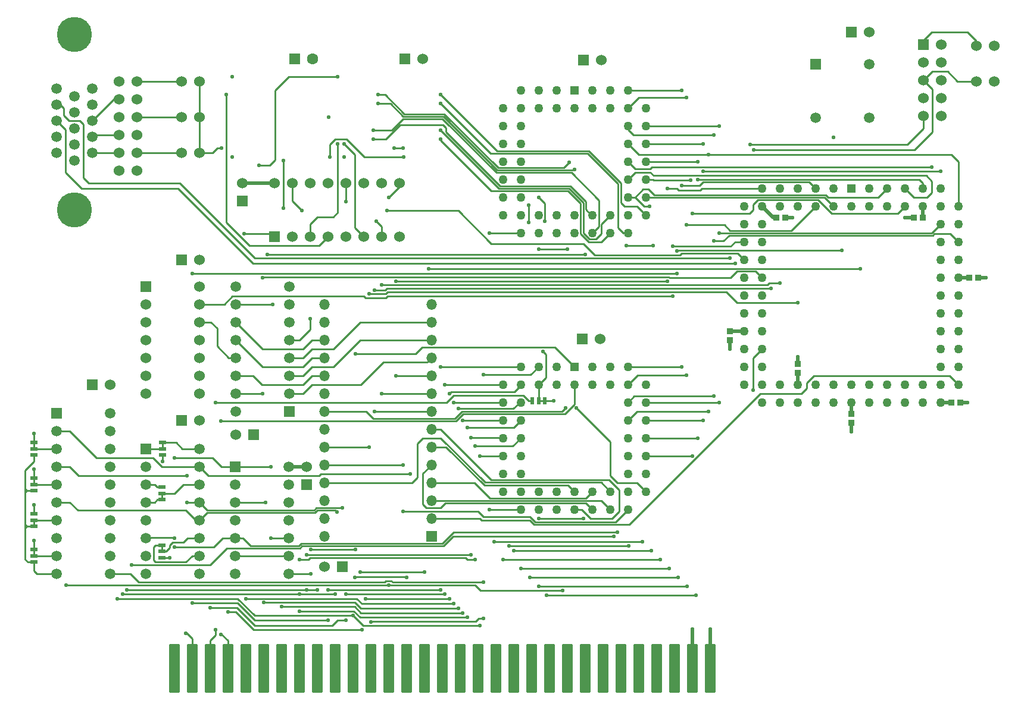
<source format=gbl>
G04 Layer_Physical_Order=4*
G04 Layer_Color=11436288*
%FSAX24Y24*%
%MOIN*%
G70*
G01*
G75*
%ADD10R,0.0380X0.0335*%
G04:AMPARAMS|DCode=12|XSize=60mil|YSize=275mil|CornerRadius=6mil|HoleSize=0mil|Usage=FLASHONLY|Rotation=0.000|XOffset=0mil|YOffset=0mil|HoleType=Round|Shape=RoundedRectangle|*
%AMROUNDEDRECTD12*
21,1,0.0600,0.2630,0,0,0.0*
21,1,0.0480,0.2750,0,0,0.0*
1,1,0.0120,0.0240,-0.1315*
1,1,0.0120,-0.0240,-0.1315*
1,1,0.0120,-0.0240,0.1315*
1,1,0.0120,0.0240,0.1315*
%
%ADD12ROUNDEDRECTD12*%
%ADD13C,0.0100*%
%ADD14C,0.0200*%
%ADD15C,0.0600*%
%ADD16R,0.0600X0.0600*%
%ADD17R,0.0600X0.0600*%
%ADD18C,0.0500*%
%ADD19R,0.0500X0.0500*%
%ADD20O,0.0591X0.0591*%
%ADD21R,0.0591X0.0591*%
%ADD22R,0.0591X0.0591*%
%ADD23C,0.0591*%
%ADD24C,0.0630*%
%ADD25C,0.1969*%
%ADD26C,0.0220*%
%ADD27R,0.0200X0.0400*%
%ADD28R,0.0400X0.0200*%
%ADD29R,0.0335X0.0380*%
D10*
X053000Y025356D02*
D03*
Y024844D02*
D03*
X046200Y030006D02*
D03*
Y029494D02*
D03*
X050000Y027644D02*
D03*
Y028156D02*
D03*
D12*
X042100Y011100D02*
D03*
X041100D02*
D03*
X035100D02*
D03*
X015100D02*
D03*
X016100D02*
D03*
X017100D02*
D03*
X018100D02*
D03*
X019100D02*
D03*
X020100D02*
D03*
X021100D02*
D03*
X022100D02*
D03*
X023100D02*
D03*
X024100D02*
D03*
X025100D02*
D03*
X026100D02*
D03*
X027100D02*
D03*
X028100D02*
D03*
X029100D02*
D03*
X030100D02*
D03*
X031100D02*
D03*
X032100D02*
D03*
X033100D02*
D03*
X034100D02*
D03*
X036100D02*
D03*
X037100D02*
D03*
X038100D02*
D03*
X039100D02*
D03*
X040100D02*
D03*
X043100D02*
D03*
X044100D02*
D03*
X045100D02*
D03*
D13*
X013110Y015930D02*
X026880D01*
X012640Y016400D02*
X013110Y015930D01*
X011500Y016400D02*
X012640D01*
X026880Y015930D02*
X026950Y016000D01*
X027250D01*
X027320Y015930D02*
X032400D01*
X027250Y016000D02*
X027320Y015930D01*
X025790Y014990D02*
X030490D01*
X030500Y015000D01*
X025300D02*
X025590Y014710D01*
X030750D01*
X023950Y013500D02*
X024250Y013800D01*
X019600Y013500D02*
X023950D01*
X018600Y014500D02*
X019600Y013500D01*
X019550Y013250D02*
X025600D01*
X018550Y014250D02*
X019550Y013250D01*
X017100Y016900D02*
X018035Y017835D01*
X022126D02*
X022251Y017960D01*
X018035Y017835D02*
X022126D01*
X022070Y017970D02*
X022200Y018100D01*
X019365Y017970D02*
X022070D01*
X018935Y018400D02*
X019365Y017970D01*
X016930Y019970D02*
X022920D01*
X016500Y020400D02*
X016930Y019970D01*
X022920D02*
X023035Y020085D01*
X022971Y019830D02*
X023091Y019950D01*
X016930Y019830D02*
X022971D01*
X016500Y019400D02*
X016930Y019830D01*
X018500Y022400D02*
X020500D01*
Y018400D02*
X021500D01*
X035500Y026100D02*
X035850D01*
X036350D01*
X035500Y037500D02*
X035850Y037150D01*
Y036150D02*
Y037150D01*
X033165Y040085D02*
X038306D01*
X032800Y039950D02*
X038250D01*
X030000Y043250D02*
X033165Y040085D01*
X030000Y042750D02*
X032800Y039950D01*
X035750Y028850D02*
X035900Y028700D01*
Y027400D02*
Y028700D01*
X035500Y027000D02*
X035900Y027400D01*
X035500Y026100D02*
Y027000D01*
X029673Y029100D02*
X036400D01*
X032300Y019400D02*
X035000D01*
X032300D02*
X032450D01*
X032200Y019500D02*
X032300Y019400D01*
X029500Y019500D02*
X032200D01*
X034950Y036100D02*
Y037050D01*
X027750Y041550D02*
X030130D01*
X026950Y040750D02*
X027750Y041550D01*
X030130D02*
X030300Y041380D01*
X027980Y042170D02*
X030212D01*
X026900Y043250D02*
X027980Y042170D01*
X026500Y043250D02*
X026900D01*
X014400Y017650D02*
Y018000D01*
X011900Y015000D02*
X018650D01*
X019600Y014050D01*
X007250Y016550D02*
X007400Y016400D01*
X007250Y016550D02*
Y017050D01*
X007400Y016400D02*
X008500D01*
X007250Y019050D02*
Y019400D01*
X006900Y017050D02*
X007250D01*
X006750Y017200D02*
Y018950D01*
Y017200D02*
X006900Y017050D01*
X006750Y017200D02*
Y017250D01*
Y019150D02*
Y020950D01*
Y018950D02*
Y019050D01*
Y018950D02*
X006850Y019050D01*
X007250D01*
X006750D02*
X006850D01*
X006750D02*
Y019150D01*
X006850Y019050D01*
X006750Y020950D02*
Y021050D01*
Y021150D02*
Y022200D01*
Y020950D02*
X006850Y021050D01*
X007250D01*
X006750D02*
X006850D01*
X006750D02*
Y021150D01*
X006850Y021050D01*
X006750Y022200D02*
X007250Y022700D01*
Y023050D01*
X014050Y017050D02*
X015750D01*
X013950Y017150D02*
X014050Y017050D01*
X013950Y017150D02*
Y017900D01*
X014050Y018000D02*
X014400D01*
X013950Y017900D02*
X014050Y018000D01*
X015750Y017050D02*
X016100Y017400D01*
X016500D01*
X014400Y020550D02*
Y020900D01*
X014450Y023400D02*
Y023750D01*
X014400Y017300D02*
X014850D01*
X014450Y022700D02*
Y023050D01*
X015550Y023400D02*
X016500D01*
X015200Y023750D02*
X015550Y023400D01*
X014450Y023750D02*
X015200D01*
X014150Y020550D02*
X014400D01*
X014000Y020400D02*
X014150Y020550D01*
X013500Y020400D02*
X014000D01*
X013500Y021400D02*
X014000D01*
X014150Y021250D01*
X014400D01*
X013500Y023400D02*
X014450D01*
X015600Y021400D02*
X016500D01*
X015100Y020900D02*
X015600Y021400D01*
X014400Y020900D02*
X015100D01*
X015600Y018150D02*
X015850Y018400D01*
X015000Y018150D02*
X015600D01*
X014850Y018000D02*
X015000Y018150D01*
X014850Y017850D02*
Y018000D01*
X015850Y018400D02*
X016500D01*
X014650Y017650D02*
X014850Y017850D01*
X014350Y017650D02*
X014650D01*
X013510Y018410D02*
X015090D01*
X015100Y018400D01*
X013500D02*
X013510Y018410D01*
X017750Y022400D02*
X018500D01*
X017250Y022900D02*
X017750Y022400D01*
X015100Y022900D02*
X017250D01*
X017800Y018400D02*
X018500D01*
X017300Y017900D02*
X017800Y018400D01*
X015100Y017900D02*
X017300D01*
X058600Y039900D02*
X059000Y039500D01*
X045000Y039900D02*
X058600D01*
X043350Y037900D02*
X044550D01*
X043250Y038000D02*
X043350Y037900D01*
X042700Y038000D02*
X043250D01*
X044650D02*
X048000D01*
X044550Y037900D02*
X044650Y038000D01*
X017150Y030500D02*
X017500Y030150D01*
Y029150D02*
Y030150D01*
Y029150D02*
X018150Y028500D01*
X017900Y031500D02*
X018350Y031950D01*
X025700D01*
X025800Y031850D01*
X026950D01*
X027050Y031950D01*
X043000D01*
X027050Y032200D02*
X046000D01*
X026940Y032090D02*
X027050Y032200D01*
X046000D02*
X046600Y031600D01*
X026010Y032090D02*
X026940D01*
X026000Y032100D02*
X026010Y032090D01*
X023500Y023500D02*
X026000D01*
X026700Y032590D02*
X048290D01*
X027000Y032400D02*
X048500D01*
X026300Y032300D02*
X026900D01*
X027000Y032400D01*
X027100Y015750D02*
X031950D01*
X009050D02*
X027100D01*
X032250Y015450D02*
X036850D01*
X031950Y015750D02*
X032250Y015450D01*
X035500Y015700D02*
X043800D01*
X017400Y012950D02*
Y013250D01*
X017100Y012650D02*
X017400Y012950D01*
X015750Y019950D02*
X016300Y019400D01*
X009700Y019950D02*
X015750D01*
X009250Y020400D02*
X009700Y019950D01*
X023300Y022000D02*
X028300D01*
X023200Y021900D02*
X023300Y022000D01*
X017000Y021900D02*
X023200D01*
X017700Y013000D02*
X017750D01*
X018100Y012650D01*
X017100Y014500D02*
X018600D01*
X018650Y014750D02*
X019600Y013800D01*
X016100Y014750D02*
X018650D01*
X019600Y013800D02*
X023700D01*
X018650Y014750D02*
X019600Y013800D01*
X016100Y014750D02*
X018650D01*
X019600Y013800D02*
X023700D01*
X019600Y014050D02*
X025100D01*
X025660Y013490D02*
X026000D01*
X024485Y020085D02*
X024500Y020100D01*
X023035Y020085D02*
X024485D01*
X024100Y019950D02*
X024193Y019857D01*
X023091Y019950D02*
X024100D01*
X015775Y013075D02*
X016100Y012750D01*
X015775Y013075D02*
X015975Y012875D01*
X015750Y013050D02*
X015775Y013075D01*
X016100Y011100D02*
Y012750D01*
X017100Y011100D02*
Y012650D01*
X018100Y011100D02*
Y012650D01*
Y014250D02*
X018550D01*
X024250Y013800D02*
X024700D01*
X025660Y013490D02*
X032190D01*
X025100Y014050D02*
X025660Y013490D01*
X025500Y013950D02*
X031490D01*
X022100Y014300D02*
X025150D01*
X025500Y013950D01*
X025850D01*
X025550Y014200D02*
X031250D01*
X021100Y014550D02*
X025200D01*
X025550Y014200D01*
X020100Y014790D02*
X025210D01*
X025550Y014450D01*
Y014200D02*
X025850D01*
X025550Y014450D02*
X031000D01*
X019100Y015000D02*
X025300D01*
X022100Y015250D02*
X024100D01*
X012200D02*
X022100D01*
X022500Y015500D02*
X023100D01*
X012450D02*
X022500D01*
X008500Y020400D02*
X009250D01*
X009750Y021900D02*
X015800D01*
X009250Y022400D02*
X009750Y021900D01*
X008500Y022400D02*
X009250D01*
X010750Y022900D02*
X013900D01*
X009250Y024400D02*
X010750Y022900D01*
X008500Y024400D02*
X009250D01*
X012700Y016900D02*
X017100D01*
X018500Y020400D02*
X020200D01*
X027915Y042035D02*
X030156D01*
X027200Y042750D02*
X027915Y042035D01*
X026500Y042750D02*
X027200D01*
X027909Y041900D02*
X030100D01*
X027259Y041250D02*
X027909Y041900D01*
X026250Y041250D02*
X027259D01*
X026250Y040750D02*
X026950D01*
X030300Y041141D02*
Y041380D01*
Y041141D02*
X033321Y038120D01*
X030212Y042170D02*
X033232Y039150D01*
X030156Y042035D02*
X033176Y039015D01*
X030100Y041900D02*
X033120Y038880D01*
X057050Y041350D02*
Y042050D01*
X056150Y040450D02*
X057050Y041350D01*
X047335Y040450D02*
X056150D01*
X041950Y038450D02*
X044000D01*
X041900Y038500D02*
X041950Y038450D01*
X041500Y038500D02*
X041900D01*
X051556Y037635D02*
X051691Y037500D01*
X041955Y037635D02*
X051556D01*
X041640Y037950D02*
X041955Y037635D01*
X051500Y037500D02*
X052000Y037000D01*
X041500Y037500D02*
X051500D01*
X058550Y035450D02*
X059000Y035000D01*
X057641Y035450D02*
X058550D01*
X057556Y035365D02*
X057641Y035450D01*
X046165Y035365D02*
X057556D01*
X045850Y035050D02*
X046165Y035365D01*
X056800Y038500D02*
X057000Y038300D01*
X044400Y038500D02*
X056800D01*
X041940Y038710D02*
X057190D01*
X056000Y038000D02*
X056500Y037500D01*
X057250D01*
X057500Y037750D01*
Y038400D01*
X057190Y038710D02*
X057500Y038400D01*
X050635Y038365D02*
X051000Y038000D01*
X044715Y038365D02*
X050635D01*
X044500Y038150D02*
X044715Y038365D01*
X043500Y038150D02*
X044500D01*
X017500Y040250D02*
X017750D01*
X017250Y040000D02*
X017500Y040250D01*
X016500Y040000D02*
X017250D01*
X022710Y017300D02*
X031400D01*
X022610Y017200D02*
X022710Y017300D01*
X022100Y017200D02*
X022610D01*
X031500D02*
X031950D01*
X031400Y017300D02*
X031500Y017200D01*
X040400Y034800D02*
X041900D01*
X043270Y034520D02*
X052480D01*
X035500Y034600D02*
X037100D01*
X048290Y032590D02*
X048400Y032700D01*
X031000Y036750D02*
X032850Y034900D01*
X047635Y033365D02*
X048000Y033000D01*
X046615Y033365D02*
X047635D01*
X046250Y033000D02*
X046615Y033365D01*
X016100Y033220D02*
X043250D01*
X020060Y033010D02*
X042787D01*
X020050Y033000D02*
X020060Y033010D01*
X027500Y032800D02*
X042700D01*
X042797Y033000D02*
X046250D01*
X042787Y033010D02*
X042797Y033000D01*
X026250Y041250D02*
X026550D01*
X026500Y042750D02*
X026850D01*
X051135Y037365D02*
X051900Y036600D01*
X047765Y037365D02*
X051135D01*
X047500Y037100D02*
X047765Y037365D01*
X045885Y035950D02*
X046200Y035635D01*
X049635D02*
X051000Y037000D01*
X043780Y035950D02*
X045885D01*
X046200Y035635D02*
X049635D01*
X046600Y031600D02*
X050000D01*
X030309Y023500D02*
X032459Y021350D01*
X037150D01*
X037500Y021000D01*
X038985Y021515D02*
X039500Y021000D01*
X032485Y021515D02*
X038985D01*
X030000Y024000D02*
X032485Y021515D01*
X032850Y021650D02*
X039450D01*
X030000Y024500D02*
X032850Y021650D01*
X039450D02*
X040000Y021100D01*
X032765Y020635D02*
X038135D01*
X029500Y020500D02*
X039000D01*
X030265Y020365D02*
X038135D01*
X038500Y020000D01*
X030000Y020100D02*
X030265Y020365D01*
X032100Y019900D02*
X032397Y019603D01*
X026245Y025105D02*
X030814D01*
X031214Y025505D01*
X025850Y025500D02*
X026245Y025105D01*
X030870Y024970D02*
X031270Y025370D01*
X033321Y038120D02*
X037262D01*
X030000Y041250D02*
X033265Y037985D01*
X031490Y024600D02*
X034100D01*
X031950Y023550D02*
X034050D01*
X021200Y036900D02*
Y039550D01*
X021700Y037300D02*
Y038300D01*
X025200Y035800D02*
X025700Y035300D01*
X023800Y040450D02*
X024100Y040750D01*
X043000Y034750D02*
X046250D01*
X046500Y035000D01*
X047000D01*
X045300Y035050D02*
X045850D01*
X031214Y025505D02*
X036805D01*
X031270Y025370D02*
X036970D01*
X023500Y025500D02*
X025850D01*
X021700Y037300D02*
X022250Y036750D01*
X022700Y030100D02*
Y030700D01*
X029350Y033500D02*
X053500D01*
X019500Y033800D02*
X046500D01*
X015300Y038000D02*
X019500Y033800D01*
X045600Y035500D02*
X057500D01*
X058000Y036000D01*
X044100Y036600D02*
X047300D01*
X040500Y026000D02*
X040850Y026350D01*
X045300D01*
X041750Y038900D02*
X041940Y038710D01*
X040900Y039100D02*
X041750D01*
X041840Y039190D01*
X057490D01*
X047550Y040150D02*
X056550D01*
X057550Y041150D01*
X057050Y044050D02*
X057550Y043550D01*
Y041150D02*
Y043550D01*
X059000Y037000D02*
Y039500D01*
X040500Y027000D02*
X041020Y027520D01*
X043780D01*
X041100Y043100D02*
X043780D01*
X035950Y015200D02*
X044300D01*
X035000Y016200D02*
X043300D01*
X034500Y016700D02*
X042800D01*
X033500Y017200D02*
X042300D01*
X033850Y017950D02*
X040550D01*
X034100Y017700D02*
X041800D01*
X033000Y018200D02*
X041300D01*
X040800Y041000D02*
X045300D01*
X040500Y041300D02*
X040800Y041000D01*
X024700Y037250D02*
Y038300D01*
X009900Y038000D02*
X015300D01*
X010300Y038300D02*
X015400D01*
X031010Y025640D02*
X034060D01*
X034420Y026000D01*
X027500Y027500D02*
X029500D01*
X048400Y032700D02*
X049000D01*
X026700Y026500D02*
X029500D01*
X026300Y025500D02*
X029500D01*
X008500Y042700D02*
X008700D01*
X008900Y042500D01*
Y042100D02*
Y042500D01*
Y042100D02*
X009200Y041800D01*
X009800D01*
X010000Y041600D01*
Y038600D02*
Y041600D01*
Y038600D02*
X010300Y038300D01*
X009000Y038900D02*
Y041300D01*
Y038900D02*
X009900Y038000D01*
X008500Y041800D02*
X009000Y041300D01*
X057050Y044050D02*
X057550Y044550D01*
X058400D01*
X058950Y044000D01*
X060000D01*
Y046000D02*
Y046250D01*
X059500Y046750D02*
X060000Y046250D01*
X057500Y046750D02*
X059500D01*
X057050Y046300D02*
X057500Y046750D01*
X057050Y046050D02*
Y046300D01*
X029668Y029095D02*
X029673Y029100D01*
X029332Y029095D02*
X029668D01*
X029327Y029100D02*
X029332Y029095D01*
X028977Y029100D02*
X029327D01*
X028587Y028710D02*
X028977Y029100D01*
X036400D02*
X037500Y028000D01*
X021500Y016400D02*
X022750D01*
X023700Y015500D02*
X030000D01*
X025208Y016208D02*
X028092D01*
X028100Y016200D01*
X025200D02*
X025208Y016208D01*
X043250Y034500D02*
X043270Y034520D01*
X032410Y027550D02*
X035050D01*
X035500Y028000D01*
X032200Y023000D02*
X033500D01*
X014400Y022400D02*
X016500D01*
X013900Y022900D02*
X014400Y022400D01*
X015800Y020400D02*
X016500D01*
X018500Y017400D02*
X021500D01*
X016500Y022400D02*
X017000Y021900D01*
X055600Y036600D02*
X056000Y037000D01*
X057490Y039190D02*
X057500Y039200D01*
X044700Y038950D02*
X058000D01*
X030000Y028000D02*
X034500D01*
X030250Y027000D02*
X033500D01*
X034500Y026950D02*
Y027000D01*
X030750Y026000D02*
X033500D01*
X031250Y025000D02*
X033500D01*
X010500Y041800D02*
X011700Y043000D01*
X012000D01*
X010600Y041000D02*
X012000D01*
X010501Y040000D02*
X012000D01*
X013000D02*
X015500D01*
X013000Y042000D02*
X015500D01*
X013000Y044000D02*
X015500D01*
X032750Y035500D02*
X034500D01*
X032750Y020000D02*
X034500D01*
X030500Y026500D02*
X030600Y026600D01*
X034150D01*
X034500Y026950D01*
X034420Y026000D02*
X034500D01*
X040500Y042500D02*
X041100Y043100D01*
X051691Y037500D02*
X054500D01*
X055000Y038000D01*
X040500Y038500D02*
X040900Y038900D01*
X041500Y040500D02*
X044700D01*
X040500D02*
X041100Y039900D01*
X040500Y041300D02*
Y041500D01*
X041500D02*
X045600D01*
X041500Y026000D02*
X045600D01*
X041000Y025500D02*
X045000D01*
X040500Y025000D02*
X041000Y025500D01*
X041500Y025000D02*
X044700D01*
X041500Y024000D02*
X044400D01*
X041500Y023000D02*
X044100D01*
X040500Y043500D02*
X043500D01*
X040500Y028000D02*
X043500D01*
X040500Y037500D02*
X040900D01*
X050900Y027500D02*
X058500D01*
X059000Y027000D01*
X050500Y027100D02*
X050900Y027500D01*
X050500Y026800D02*
Y027100D01*
X050200Y026500D02*
X050500Y026800D01*
X047500Y028500D02*
X048000Y029000D01*
X047500Y026700D02*
Y028500D01*
X039000Y020500D02*
X039500Y020000D01*
X038135Y020635D02*
X038500Y021000D01*
X029200Y020100D02*
X030000D01*
X029010Y020290D02*
Y022010D01*
X029500Y022500D01*
X029010Y020290D02*
X029200Y020100D01*
X040000Y019900D02*
Y021100D01*
X039600Y019500D02*
X040000Y019900D01*
X038400Y019500D02*
X039600D01*
X037500Y020000D02*
X037900D01*
X038400Y019500D01*
X035500D02*
X038000D01*
X023500Y021500D02*
X028400D01*
X028700Y021800D01*
Y023700D01*
X029000Y024000D01*
X029500Y021500D02*
X031900D01*
X032765Y020635D01*
X029500Y024500D02*
X030000D01*
X029000Y024000D02*
X030000D01*
X029500Y023500D02*
X030309D01*
X023500Y022500D02*
X027900D01*
Y019900D02*
X032100D01*
X035000Y019400D02*
X035245Y019155D01*
X039790Y019290D02*
X040500Y020000D01*
X039500Y021900D02*
X039900Y021500D01*
X041000D01*
X041500Y021000D01*
X037500Y025900D02*
Y027000D01*
X036970Y025370D02*
X037500Y025900D01*
X036805Y025505D02*
X037000Y025700D01*
X037600D02*
X039500Y023800D01*
Y021900D02*
Y023800D01*
X035245Y019155D02*
X040555D01*
X047900Y026500D01*
X050200D01*
X034100Y024600D02*
X034500Y025000D01*
X034050Y023550D02*
X034500Y024000D01*
X018500Y018400D02*
X018935D01*
X046190Y034090D02*
X046200Y034100D01*
X015400Y038300D02*
X019610Y034090D01*
X046190D01*
X030160Y017960D02*
X030700Y018500D01*
X047500Y036800D02*
Y037100D01*
X047300Y036600D02*
X047500Y036800D01*
X051900Y036600D02*
X055600D01*
X057000Y038000D02*
Y038300D01*
X040500Y039500D02*
X040900Y039100D01*
X041400Y037000D02*
X041700D01*
X040900Y037500D02*
X041400Y037000D01*
X030700Y018500D02*
X039700D01*
X030719Y018710D02*
X039900D01*
X030109Y018100D02*
X030719Y018710D01*
X016500Y031500D02*
X017900D01*
X020300Y034300D02*
X038100D01*
X025550Y027000D02*
X026800Y028250D01*
X029250D01*
X029500Y028500D01*
X024000Y028000D02*
X025500Y029500D01*
X029500D01*
X024000Y029000D02*
X025500Y030500D01*
X029500D01*
X018550Y029500D02*
X020050Y028000D01*
X021550Y027500D02*
X022300D01*
X022800Y028000D01*
X024000D01*
X021550Y028500D02*
X022300D01*
X022800Y029000D01*
X024000D01*
X020050Y028000D02*
X022300D01*
X022800Y028500D01*
X023500D01*
X018550Y030500D02*
X020050Y029000D01*
X022300D01*
X022800Y029500D01*
X023500D01*
X021550Y026500D02*
X022300D01*
X022800Y027000D01*
X025550D01*
X018550Y027500D02*
X019500D01*
X020000Y027000D01*
X022300D01*
X022800Y027500D01*
X023500D01*
X021550Y029500D02*
X022100D01*
X022700Y030100D01*
X016500Y042000D02*
Y044000D01*
Y040000D02*
Y042000D01*
X041100Y039900D02*
X045000D01*
X041500Y039500D02*
X044400D01*
X037150Y037850D02*
X037850Y037150D01*
X037206Y037985D02*
X037985Y037206D01*
X030000Y040700D02*
Y040750D01*
X040250Y035500D02*
X040500D01*
X040285Y037000D02*
X041000D01*
X041500Y036500D01*
X039950Y035800D02*
X040250Y035500D01*
X039950Y035800D02*
Y038250D01*
X040085Y037200D02*
X040285Y037000D01*
X040085Y037200D02*
Y038306D01*
X037262Y038120D02*
X038120Y037262D01*
Y036830D02*
Y037262D01*
Y036830D02*
X038450Y036500D01*
X038500D01*
X030000Y040700D02*
X032850Y037850D01*
X037150D01*
X033265Y037985D02*
X037206D01*
X039000Y035450D02*
Y035500D01*
X038700Y035150D02*
X039000Y035450D01*
X038335Y035150D02*
X038700D01*
X037985Y035500D02*
X038335Y035150D01*
X037985Y035500D02*
Y037206D01*
X037850Y035444D02*
Y035450D01*
Y035444D02*
X038294Y035000D01*
X039000D01*
X039500Y035500D01*
X037850Y035444D02*
Y037150D01*
X038500Y035500D02*
X038865Y035865D01*
Y037335D01*
X038306Y040085D02*
X040085Y038306D01*
X038250Y039950D02*
X039950Y038250D01*
X027100Y037500D02*
X027700Y038100D01*
Y038300D01*
X026400Y036150D02*
X026700Y035850D01*
Y035300D02*
Y035850D01*
X023200Y034800D02*
X023700Y035300D01*
X016500Y030500D02*
X017150D01*
X018150Y028500D02*
X018550D01*
Y026500D02*
X020050D01*
X020750Y043500D02*
X021500Y044250D01*
X024250D01*
X046650Y034350D02*
X047000Y034000D01*
X043500Y034350D02*
X046650D01*
X043400Y034250D02*
X043500Y034350D01*
X038650Y034250D02*
X043400D01*
X038000Y034900D02*
X038650Y034250D01*
X032850Y034900D02*
X038000D01*
X027000Y036750D02*
X031000D01*
X017400Y026000D02*
X030350D01*
X030750Y026400D01*
X039000Y035450D02*
Y036000D01*
X039500Y036500D01*
X040900Y037500D02*
X041350Y037950D01*
X041640D01*
X040900Y038900D02*
X041750D01*
X019300Y034800D02*
X023200D01*
X018000Y036100D02*
Y043250D01*
Y036100D02*
X019300Y034800D01*
X020550Y035450D02*
X020700Y035300D01*
X019000Y035450D02*
X020550D01*
X020750Y039600D02*
Y043500D01*
X019850Y039300D02*
X020450D01*
X020750Y039600D01*
X018550Y031500D02*
X020600D01*
X022700Y035300D02*
Y036000D01*
X023100Y036400D01*
X024000D01*
X024250Y036650D01*
X023800Y039750D02*
Y040450D01*
X024250Y036650D02*
Y040500D01*
X027400Y040250D02*
X027900D01*
X024100Y040750D02*
X024750D01*
X025750Y039750D01*
X027950D01*
X025200Y035800D02*
Y039900D01*
X024600Y040500D02*
X025200Y039900D01*
X024700Y015250D02*
X030250D01*
X022200Y018100D02*
X030109D01*
X022251Y017960D02*
X030160D01*
X022750Y017750D02*
X025250D01*
X022500Y017450D02*
X031700D01*
X033490Y024010D02*
X033500Y024000D01*
X031700Y024010D02*
X033490D01*
X026110Y013710D02*
X031980D01*
X032150Y013880D01*
X032400D01*
X025500Y016500D02*
X029100D01*
X017700Y024970D02*
X017700Y024970D01*
X030870D01*
X025250Y028710D02*
X028587D01*
X033120Y038880D02*
X037320D01*
X038865Y037335D01*
X033176Y039015D02*
X037465D01*
X037500Y039050D01*
X033232Y039150D02*
X036900D01*
X037200Y039450D01*
X035301Y019290D02*
X039790D01*
X032397Y019603D02*
X034988D01*
X035301Y019290D01*
X007250Y023750D02*
Y024250D01*
Y021750D02*
Y022250D01*
Y019750D02*
Y020250D01*
Y017750D02*
Y018250D01*
Y017400D02*
Y017750D01*
Y021400D02*
Y021750D01*
Y023400D02*
Y023750D01*
Y017400D02*
X008500D01*
X007250Y019400D02*
X008500D01*
X007250Y021400D02*
X008500D01*
X007250Y023400D02*
X008500D01*
X030750Y026400D02*
X034650D01*
X034950Y026100D01*
X035150D01*
D14*
X044100Y011100D02*
Y012900D01*
X048650Y036350D02*
X048794D01*
X048000Y037000D02*
X048650Y036350D01*
X021500Y022400D02*
X022500D01*
X049306Y036350D02*
X049700D01*
X053000Y024350D02*
Y024844D01*
Y025356D02*
Y026000D01*
X046200Y029000D02*
Y029494D01*
Y030006D02*
X046994D01*
X050000Y028156D02*
Y028550D01*
Y027000D02*
Y027644D01*
X059106Y026000D02*
X059500D01*
X058000D02*
X058594D01*
X060150Y033000D02*
X060550D01*
X059000D02*
X059500D01*
X056000Y036350D02*
X056494D01*
X057006D02*
Y036994D01*
X018900Y038300D02*
X020700D01*
X044100Y012900D02*
Y013300D01*
X045100Y011100D02*
Y012900D01*
Y013300D01*
D15*
X058050Y042050D02*
D03*
X057050D02*
D03*
X058050Y043050D02*
D03*
X057050D02*
D03*
X058050Y044050D02*
D03*
X057050D02*
D03*
X058050Y045050D02*
D03*
X057050D02*
D03*
X058050Y046050D02*
D03*
X011500Y027000D02*
D03*
X016500Y034000D02*
D03*
X022500Y022400D02*
D03*
X023500Y016800D02*
D03*
X029000Y045250D02*
D03*
X039000Y045200D02*
D03*
X016500Y044000D02*
D03*
X015500D02*
D03*
X016500Y042000D02*
D03*
X015500D02*
D03*
X016500Y040000D02*
D03*
X015500D02*
D03*
X054000Y046750D02*
D03*
X038950Y029550D02*
D03*
X061000Y044000D02*
D03*
X060000D02*
D03*
X061000Y046000D02*
D03*
X060000D02*
D03*
X013000Y044000D02*
D03*
X012000D02*
D03*
X013000Y043000D02*
D03*
X012000D02*
D03*
X013000Y042000D02*
D03*
X012000D02*
D03*
X013000Y041000D02*
D03*
X012000D02*
D03*
X013000Y040000D02*
D03*
X012000D02*
D03*
X013000Y039000D02*
D03*
X012000D02*
D03*
X013500Y031500D02*
D03*
Y030500D02*
D03*
Y029500D02*
D03*
Y028500D02*
D03*
Y027500D02*
D03*
Y026500D02*
D03*
X016500Y032500D02*
D03*
Y031500D02*
D03*
Y030500D02*
D03*
Y029500D02*
D03*
Y028500D02*
D03*
Y027500D02*
D03*
Y026500D02*
D03*
Y025000D02*
D03*
X018550Y024200D02*
D03*
X020700Y038300D02*
D03*
X021700D02*
D03*
Y035300D02*
D03*
X022700D02*
D03*
X023700D02*
D03*
X024700D02*
D03*
X025700D02*
D03*
X026700D02*
D03*
X022700Y038300D02*
D03*
X023700D02*
D03*
X024700D02*
D03*
X025700D02*
D03*
X026700D02*
D03*
X027700D02*
D03*
Y035300D02*
D03*
X018900Y038300D02*
D03*
D16*
X057050Y046050D02*
D03*
X022500Y021400D02*
D03*
X020700Y035300D02*
D03*
X018900Y037300D02*
D03*
D17*
X010500Y027000D02*
D03*
X015500Y034000D02*
D03*
X024500Y016800D02*
D03*
X028000Y045250D02*
D03*
X038000Y045200D02*
D03*
X021850Y045250D02*
D03*
X053000Y046750D02*
D03*
X037950Y029550D02*
D03*
X013500Y032500D02*
D03*
X015500Y025000D02*
D03*
X019550Y024200D02*
D03*
D18*
X038500Y042500D02*
D03*
Y043500D02*
D03*
X039500Y042500D02*
D03*
Y043500D02*
D03*
X040500Y042500D02*
D03*
Y043500D02*
D03*
X041500Y042500D02*
D03*
X040500Y041500D02*
D03*
X041500D02*
D03*
X040500Y040500D02*
D03*
X041500D02*
D03*
X040500Y039500D02*
D03*
X041500D02*
D03*
X040500Y038500D02*
D03*
X041500D02*
D03*
X040500Y037500D02*
D03*
X041500D02*
D03*
X040500Y036500D02*
D03*
X041500D02*
D03*
X040500Y035500D02*
D03*
X039500Y036500D02*
D03*
Y035500D02*
D03*
X038500Y036500D02*
D03*
Y035500D02*
D03*
X037500Y036500D02*
D03*
Y035500D02*
D03*
X036500Y036500D02*
D03*
Y035500D02*
D03*
X035500Y036500D02*
D03*
Y035500D02*
D03*
X034500Y036500D02*
D03*
Y035500D02*
D03*
X033500Y036500D02*
D03*
X034500Y037500D02*
D03*
X033500D02*
D03*
X034500Y038500D02*
D03*
X033500D02*
D03*
X034500Y039500D02*
D03*
X033500D02*
D03*
X034500Y040500D02*
D03*
X033500D02*
D03*
X034500Y041500D02*
D03*
X033500D02*
D03*
X034500Y042500D02*
D03*
X033500D02*
D03*
X034500Y043500D02*
D03*
X035500Y042500D02*
D03*
Y043500D02*
D03*
X036500Y042500D02*
D03*
Y043500D02*
D03*
X037500Y042500D02*
D03*
X038500Y027000D02*
D03*
Y028000D02*
D03*
X039500Y027000D02*
D03*
Y028000D02*
D03*
X040500Y027000D02*
D03*
Y028000D02*
D03*
X041500Y027000D02*
D03*
X040500Y026000D02*
D03*
X041500D02*
D03*
X040500Y025000D02*
D03*
X041500D02*
D03*
X040500Y024000D02*
D03*
X041500D02*
D03*
X040500Y023000D02*
D03*
X041500D02*
D03*
X040500Y022000D02*
D03*
X041500D02*
D03*
X040500Y021000D02*
D03*
X041500D02*
D03*
X040500Y020000D02*
D03*
X039500Y021000D02*
D03*
Y020000D02*
D03*
X038500Y021000D02*
D03*
Y020000D02*
D03*
X037500Y021000D02*
D03*
Y020000D02*
D03*
X036500Y021000D02*
D03*
Y020000D02*
D03*
X035500Y021000D02*
D03*
Y020000D02*
D03*
X034500Y021000D02*
D03*
Y020000D02*
D03*
X033500Y021000D02*
D03*
X034500Y022000D02*
D03*
X033500D02*
D03*
X034500Y023000D02*
D03*
X033500D02*
D03*
X034500Y024000D02*
D03*
X033500D02*
D03*
X034500Y025000D02*
D03*
X033500D02*
D03*
X034500Y026000D02*
D03*
X033500D02*
D03*
X034500Y027000D02*
D03*
X033500D02*
D03*
X034500Y028000D02*
D03*
X035500Y027000D02*
D03*
Y028000D02*
D03*
X036500Y027000D02*
D03*
Y028000D02*
D03*
X037500Y027000D02*
D03*
X054000Y037000D02*
D03*
Y038000D02*
D03*
X055000Y037000D02*
D03*
Y038000D02*
D03*
X056000Y037000D02*
D03*
Y038000D02*
D03*
X057000Y037000D02*
D03*
Y038000D02*
D03*
X058000Y037000D02*
D03*
Y038000D02*
D03*
X059000Y037000D02*
D03*
X058000Y036000D02*
D03*
X059000D02*
D03*
X058000Y035000D02*
D03*
X059000D02*
D03*
X058000Y034000D02*
D03*
X059000D02*
D03*
X058000Y033000D02*
D03*
X059000D02*
D03*
X058000Y032000D02*
D03*
X059000D02*
D03*
X058000Y031000D02*
D03*
X059000D02*
D03*
X058000Y030000D02*
D03*
X059000D02*
D03*
X058000Y029000D02*
D03*
X059000D02*
D03*
X058000Y028000D02*
D03*
X059000D02*
D03*
X058000Y027000D02*
D03*
X059000D02*
D03*
X058000Y026000D02*
D03*
X057000Y027000D02*
D03*
Y026000D02*
D03*
X056000Y027000D02*
D03*
Y026000D02*
D03*
X055000Y027000D02*
D03*
Y026000D02*
D03*
X054000Y027000D02*
D03*
Y026000D02*
D03*
X053000Y027000D02*
D03*
Y026000D02*
D03*
X052000Y027000D02*
D03*
Y026000D02*
D03*
X051000Y027000D02*
D03*
Y026000D02*
D03*
X050000Y027000D02*
D03*
Y026000D02*
D03*
X049000Y027000D02*
D03*
Y026000D02*
D03*
X048000Y027000D02*
D03*
Y026000D02*
D03*
X047000Y027000D02*
D03*
X048000Y028000D02*
D03*
X047000D02*
D03*
X048000Y029000D02*
D03*
X047000D02*
D03*
X048000Y030000D02*
D03*
X047000D02*
D03*
X048000Y031000D02*
D03*
X047000D02*
D03*
X048000Y032000D02*
D03*
X047000D02*
D03*
X048000Y033000D02*
D03*
X047000D02*
D03*
X048000Y034000D02*
D03*
X047000D02*
D03*
X048000Y035000D02*
D03*
X047000D02*
D03*
X048000Y036000D02*
D03*
X047000D02*
D03*
X048000Y037000D02*
D03*
X047000D02*
D03*
X048000Y038000D02*
D03*
X049000Y037000D02*
D03*
Y038000D02*
D03*
X050000Y037000D02*
D03*
Y038000D02*
D03*
X051000Y037000D02*
D03*
Y038000D02*
D03*
X052000Y037000D02*
D03*
Y038000D02*
D03*
X053000Y037000D02*
D03*
D19*
X037500Y043500D02*
D03*
Y028000D02*
D03*
X053000Y038000D02*
D03*
D20*
X023500Y031500D02*
D03*
Y030500D02*
D03*
Y029500D02*
D03*
Y028500D02*
D03*
Y027500D02*
D03*
Y026500D02*
D03*
Y025500D02*
D03*
Y024500D02*
D03*
Y023500D02*
D03*
Y022500D02*
D03*
Y021500D02*
D03*
Y020500D02*
D03*
Y019500D02*
D03*
Y018500D02*
D03*
X029500Y031500D02*
D03*
Y030500D02*
D03*
Y029500D02*
D03*
Y028500D02*
D03*
Y027500D02*
D03*
Y026500D02*
D03*
Y025500D02*
D03*
Y024500D02*
D03*
Y023500D02*
D03*
Y022500D02*
D03*
Y021500D02*
D03*
Y020500D02*
D03*
Y019500D02*
D03*
D21*
Y018500D02*
D03*
D22*
X008500Y025400D02*
D03*
X013500Y023400D02*
D03*
X018500Y022400D02*
D03*
X021550Y025500D02*
D03*
X051000Y044950D02*
D03*
D23*
X008500Y024400D02*
D03*
Y023400D02*
D03*
Y022400D02*
D03*
Y021400D02*
D03*
Y020400D02*
D03*
Y019400D02*
D03*
Y018400D02*
D03*
Y017400D02*
D03*
Y016400D02*
D03*
X011500Y025400D02*
D03*
Y024400D02*
D03*
Y023400D02*
D03*
Y022400D02*
D03*
Y021400D02*
D03*
Y020400D02*
D03*
Y019400D02*
D03*
Y018400D02*
D03*
Y017400D02*
D03*
Y016400D02*
D03*
X013500Y022400D02*
D03*
Y021400D02*
D03*
Y020400D02*
D03*
Y019400D02*
D03*
Y018400D02*
D03*
Y017400D02*
D03*
Y016400D02*
D03*
X016500Y023400D02*
D03*
Y022400D02*
D03*
Y021400D02*
D03*
Y020400D02*
D03*
Y019400D02*
D03*
Y018400D02*
D03*
Y017400D02*
D03*
Y016400D02*
D03*
X018500Y021400D02*
D03*
Y020400D02*
D03*
Y019400D02*
D03*
Y018400D02*
D03*
Y017400D02*
D03*
Y016400D02*
D03*
X021500Y022400D02*
D03*
Y021400D02*
D03*
Y020400D02*
D03*
Y019400D02*
D03*
Y018400D02*
D03*
Y017400D02*
D03*
Y016400D02*
D03*
X009500Y043149D02*
D03*
Y039551D02*
D03*
Y040451D02*
D03*
Y041350D02*
D03*
Y042250D02*
D03*
X010500Y043599D02*
D03*
Y042700D02*
D03*
Y041800D02*
D03*
Y040900D02*
D03*
Y040001D02*
D03*
X008500Y043599D02*
D03*
Y042700D02*
D03*
Y041800D02*
D03*
Y040900D02*
D03*
Y040001D02*
D03*
X018550Y032500D02*
D03*
Y031500D02*
D03*
Y030500D02*
D03*
Y029500D02*
D03*
Y028500D02*
D03*
Y027500D02*
D03*
Y026500D02*
D03*
Y025500D02*
D03*
X021550Y032500D02*
D03*
Y031500D02*
D03*
Y030500D02*
D03*
Y029500D02*
D03*
Y028500D02*
D03*
Y027500D02*
D03*
Y026500D02*
D03*
X051000Y041950D02*
D03*
X054000Y044950D02*
D03*
Y041950D02*
D03*
D24*
X022850Y045250D02*
D03*
D25*
X009500Y046623D02*
D03*
Y036776D02*
D03*
D26*
X032400Y015930D02*
D03*
X025790Y014990D02*
D03*
X020500Y022400D02*
D03*
Y018400D02*
D03*
X036350Y026100D02*
D03*
X035500Y037500D02*
D03*
X035850Y036150D02*
D03*
X035750Y028850D02*
D03*
X034950Y037050D02*
D03*
X007250Y022250D02*
D03*
X014850Y017300D02*
D03*
X014450Y022700D02*
D03*
X007250Y024250D02*
D03*
Y020250D02*
D03*
Y018250D02*
D03*
X043000Y031950D02*
D03*
X026000Y032100D02*
D03*
Y023500D02*
D03*
X026700Y032590D02*
D03*
X026300Y032300D02*
D03*
X027100Y015750D02*
D03*
X036850Y015450D02*
D03*
X035500Y015700D02*
D03*
X017400Y013250D02*
D03*
X012700Y016900D02*
D03*
X028300Y022000D02*
D03*
X017700Y013000D02*
D03*
X024193Y019857D02*
D03*
X024500Y020100D02*
D03*
X015750Y013050D02*
D03*
X018100Y014250D02*
D03*
X017100Y014500D02*
D03*
X016100Y014750D02*
D03*
X011900Y015000D02*
D03*
X025600Y013250D02*
D03*
X024700Y013800D02*
D03*
X023700D02*
D03*
X025100Y014050D02*
D03*
X022100Y014300D02*
D03*
X021100Y014550D02*
D03*
X020100Y014790D02*
D03*
X019100Y015000D02*
D03*
X022100Y015250D02*
D03*
X024100D02*
D03*
X012200D02*
D03*
X022500Y015500D02*
D03*
X012450D02*
D03*
X023100D02*
D03*
X020200Y020400D02*
D03*
X044000Y038450D02*
D03*
X041900Y034800D02*
D03*
X052480Y034520D02*
D03*
X037100Y034600D02*
D03*
X043250Y033220D02*
D03*
X020050Y033000D02*
D03*
X027500Y032800D02*
D03*
X042700D02*
D03*
X044100Y013300D02*
D03*
Y012900D02*
D03*
X032400Y013880D02*
D03*
X026250Y040750D02*
D03*
Y041250D02*
D03*
X026500Y042750D02*
D03*
Y043250D02*
D03*
X050000Y031600D02*
D03*
X030000Y041250D02*
D03*
X031490Y024600D02*
D03*
X031950Y023550D02*
D03*
X021200Y039550D02*
D03*
Y036900D02*
D03*
X024600Y040500D02*
D03*
X043000Y034750D02*
D03*
X045300Y035050D02*
D03*
X022700Y030700D02*
D03*
X029350Y033500D02*
D03*
X045600Y035500D02*
D03*
X045300Y041000D02*
D03*
Y026350D02*
D03*
X047335Y040450D02*
D03*
X047550Y040150D02*
D03*
X043780Y027520D02*
D03*
Y035950D02*
D03*
Y043100D02*
D03*
X035950Y015200D02*
D03*
X044300D02*
D03*
X043800Y015700D02*
D03*
X035000Y016200D02*
D03*
X043300D02*
D03*
X034500Y016700D02*
D03*
X042800D02*
D03*
X033500Y017200D02*
D03*
X042300D02*
D03*
X033850Y017950D02*
D03*
X040550D02*
D03*
X034100Y017700D02*
D03*
X041800D02*
D03*
X033000Y018200D02*
D03*
X041300D02*
D03*
X043500Y038150D02*
D03*
X044400Y038500D02*
D03*
X027950Y039750D02*
D03*
X023800D02*
D03*
X024700Y037250D02*
D03*
X027500Y027500D02*
D03*
X042700Y038000D02*
D03*
X049000Y032700D02*
D03*
X048500Y032400D02*
D03*
X026700Y026500D02*
D03*
X026300Y025500D02*
D03*
X046200Y034100D02*
D03*
X046500Y033800D02*
D03*
X022750Y016400D02*
D03*
X032410Y027550D02*
D03*
X032200Y023000D02*
D03*
X015800Y020400D02*
D03*
Y021900D02*
D03*
X015100Y022900D02*
D03*
Y018400D02*
D03*
X028100Y016200D02*
D03*
X025500Y016500D02*
D03*
X025200Y016200D02*
D03*
X015100Y017900D02*
D03*
X026100Y013700D02*
D03*
X049700Y036350D02*
D03*
X053000Y024350D02*
D03*
X046200Y029000D02*
D03*
X050000Y028550D02*
D03*
X059500Y026000D02*
D03*
X060550Y033000D02*
D03*
X052000Y040850D02*
D03*
X056000Y036350D02*
D03*
X016100Y033220D02*
D03*
X043250Y034500D02*
D03*
X030000Y028000D02*
D03*
Y015500D02*
D03*
X023700D02*
D03*
X030250Y027000D02*
D03*
Y015250D02*
D03*
X030500Y026500D02*
D03*
Y015000D02*
D03*
X031000Y014450D02*
D03*
X030750Y026000D02*
D03*
X031250Y025000D02*
D03*
Y014200D02*
D03*
X035500Y034600D02*
D03*
X038000Y019500D02*
D03*
X032750Y035500D02*
D03*
Y020000D02*
D03*
X031010Y025640D02*
D03*
X044400Y039500D02*
D03*
X044100Y036600D02*
D03*
X044700Y040500D02*
D03*
Y038950D02*
D03*
X058000D02*
D03*
X057500Y039200D02*
D03*
X045600Y041500D02*
D03*
Y026000D02*
D03*
X045000Y025500D02*
D03*
X044700Y025000D02*
D03*
X044400Y024000D02*
D03*
X044100Y023000D02*
D03*
X043500Y043500D02*
D03*
Y028000D02*
D03*
X040400Y034800D02*
D03*
X047500Y026700D02*
D03*
X035500Y019500D02*
D03*
X027900Y022500D02*
D03*
Y019900D02*
D03*
X037000Y025700D02*
D03*
X037600D02*
D03*
X039900Y018710D02*
D03*
X009050Y015750D02*
D03*
X025250Y017750D02*
D03*
X041700Y037000D02*
D03*
X045000Y039900D02*
D03*
X039700Y018500D02*
D03*
X034950Y036100D02*
D03*
X038100Y034300D02*
D03*
X020300D02*
D03*
X017400Y026000D02*
D03*
X017750Y040250D02*
D03*
X030000Y040750D02*
D03*
Y042750D02*
D03*
Y043250D02*
D03*
X037500Y039050D02*
D03*
X037200Y039450D02*
D03*
X027100Y037500D02*
D03*
X026400Y036150D02*
D03*
X020050Y026500D02*
D03*
X024250Y044250D02*
D03*
X022250Y036750D02*
D03*
X027000D02*
D03*
X053500Y033500D02*
D03*
X023750Y042000D02*
D03*
X018000Y043250D02*
D03*
X018350Y039750D02*
D03*
X024600D02*
D03*
X018350Y044250D02*
D03*
X019000Y035450D02*
D03*
X019850Y039300D02*
D03*
X020600Y031500D02*
D03*
X024250Y040500D02*
D03*
X027400Y040250D02*
D03*
X027900D02*
D03*
X045100Y012900D02*
D03*
Y013300D02*
D03*
X024700Y015250D02*
D03*
X022750Y017750D02*
D03*
X022500Y017450D02*
D03*
X022100Y017200D02*
D03*
X031950D02*
D03*
X031700Y024010D02*
D03*
Y017450D02*
D03*
X032190Y013490D02*
D03*
X031490Y013950D02*
D03*
X030750Y014710D02*
D03*
X029100Y016500D02*
D03*
X017700Y024970D02*
D03*
X025250Y028710D02*
D03*
D27*
X035850Y026100D02*
D03*
X035500D02*
D03*
X035150D02*
D03*
D28*
X007250Y017750D02*
D03*
Y017400D02*
D03*
Y017050D02*
D03*
Y019750D02*
D03*
Y019400D02*
D03*
Y019050D02*
D03*
Y021750D02*
D03*
Y021400D02*
D03*
Y021050D02*
D03*
Y023750D02*
D03*
Y023400D02*
D03*
Y023050D02*
D03*
X014450D02*
D03*
Y023400D02*
D03*
Y023750D02*
D03*
X014400Y017300D02*
D03*
Y017650D02*
D03*
Y018000D02*
D03*
Y020550D02*
D03*
Y020900D02*
D03*
Y021250D02*
D03*
D29*
X048794Y036350D02*
D03*
X049306D02*
D03*
X058594Y026000D02*
D03*
X059106D02*
D03*
X059594Y033000D02*
D03*
X060106D02*
D03*
X057006Y036350D02*
D03*
X056494D02*
D03*
M02*

</source>
